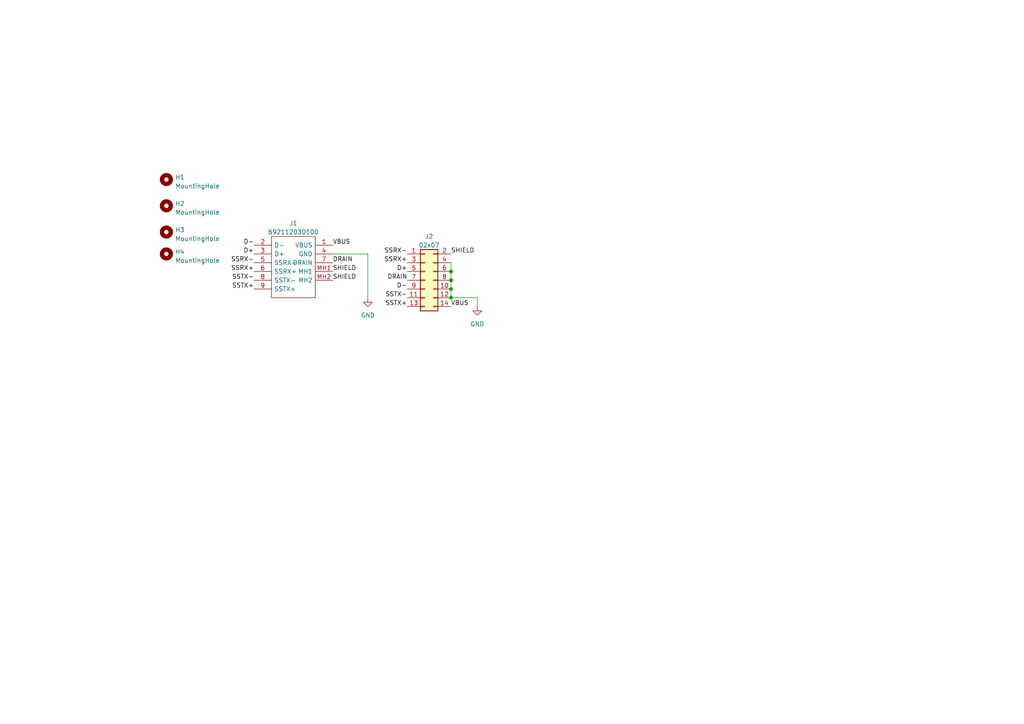
<source format=kicad_sch>
(kicad_sch (version 20230121) (generator eeschema)
  (paper "A4")
  (lib_symbols
    (symbol "Connector_Generic:Conn_02x07_Odd_Even" (pin_names (offset 1.016) hide)
      (property "Reference" "J" (at 1.27 10.16 0))
      (property "Value" "Conn_02x07_Odd_Even" (at 1.27 -10.16 0))
      (symbol "Conn_02x07_Odd_Even_1_1"
        (rectangle (start -1.27 -7.493) (end 0 -7.747) (stroke (width 0.1524)))
        (rectangle (start -1.27 -4.953) (end 0 -5.207) (stroke (width 0.1524)))
        (rectangle (start -1.27 -2.413) (end 0 -2.667) (stroke (width 0.1524)))
        (rectangle (start -1.27 0.127) (end 0 -0.127) (stroke (width 0.1524)))
        (rectangle (start -1.27 2.667) (end 0 2.413) (stroke (width 0.1524)))
        (rectangle (start -1.27 5.207) (end 0 4.953) (stroke (width 0.1524)))
        (rectangle (start -1.27 7.747) (end 0 7.493) (stroke (width 0.1524)))
        (rectangle (start -1.27 8.89) (end 3.81 -8.89) (stroke (width 0.254)) (fill (type background)))
        (rectangle (start 3.81 -7.493) (end 2.54 -7.747) (stroke (width 0.1524)))
        (rectangle (start 3.81 -4.953) (end 2.54 -5.207) (stroke (width 0.1524)))
        (rectangle (start 3.81 -2.413) (end 2.54 -2.667) (stroke (width 0.1524)))
        (rectangle (start 3.81 0.127) (end 2.54 -0.127) (stroke (width 0.1524)))
        (rectangle (start 3.81 2.667) (end 2.54 2.413) (stroke (width 0.1524)))
        (rectangle (start 3.81 5.207) (end 2.54 4.953) (stroke (width 0.1524)))
        (rectangle (start 3.81 7.747) (end 2.54 7.493) (stroke (width 0.1524)))
        (pin passive line (at -5.08 7.62 0) (length 3.81) (name "Pin_1") (number "1"))
        (pin passive line (at 7.62 -2.54 180) (length 3.81) (name "Pin_10") (number "10"))
        (pin passive line (at -5.08 -5.08 0) (length 3.81) (name "Pin_11") (number "11"))
        (pin passive line (at 7.62 -5.08 180) (length 3.81) (name "Pin_12") (number "12"))
        (pin passive line (at -5.08 -7.62 0) (length 3.81) (name "Pin_13") (number "13"))
        (pin passive line (at 7.62 -7.62 180) (length 3.81) (name "Pin_14") (number "14"))
        (pin passive line (at 7.62 7.62 180) (length 3.81) (name "Pin_2") (number "2"))
        (pin passive line (at -5.08 5.08 0) (length 3.81) (name "Pin_3") (number "3"))
        (pin passive line (at 7.62 5.08 180) (length 3.81) (name "Pin_4") (number "4"))
        (pin passive line (at -5.08 2.54 0) (length 3.81) (name "Pin_5") (number "5"))
        (pin passive line (at 7.62 2.54 180) (length 3.81) (name "Pin_6") (number "6"))
        (pin passive line (at -5.08 0 0) (length 3.81) (name "Pin_7") (number "7"))
        (pin passive line (at 7.62 0 180) (length 3.81) (name "Pin_8") (number "8"))
        (pin passive line (at -5.08 -2.54 0) (length 3.81) (name "Pin_9") (number "9"))
      )
    )
    (symbol "Mechanical:MountingHole" (pin_names (offset 1.016))
      (property "Reference" "H" (at 0 5.08 0))
      (property "Value" "MountingHole" (at 0 3.175 0))
      (symbol "MountingHole_0_1"
        (circle (center 0 0) (radius 1.27) (stroke (width 1.27)))
      )
    )
    (symbol "mouser:692122030100" (pin_names (offset 0.762))
      (property "Reference" "J1" (at 11.43 6.35 0))
      (property "Value" "692112030100" (at 11.43 3.81 0))
      (symbol "692122030100_0_0"
        (pin passive line (at 22.86 0 180) (length 5.08) (name "VBUS") (number "1"))
        (pin passive line (at 0 0 0) (length 5.08) (name "D-") (number "2"))
        (pin passive line (at 0 -2.54 0) (length 5.08) (name "D+") (number "3"))
        (pin passive line (at 22.86 -2.54 180) (length 5.08) (name "GND") (number "4"))
        (pin passive line (at 0 -5.08 0) (length 5.08) (name "SSRX-") (number "5"))
        (pin passive line (at 0 -7.62 0) (length 5.08) (name "SSRX+") (number "6"))
        (pin passive line (at 22.86 -5.08 180) (length 5.08) (name "DRAIN") (number "7"))
        (pin passive line (at 0 -10.16 0) (length 5.08) (name "SSTX-") (number "8"))
        (pin passive line (at 0 -12.7 0) (length 5.08) (name "SSTX+") (number "9"))
        (pin passive line (at 22.86 -7.62 180) (length 5.08) (name "MH1") (number "MH1"))
        (pin passive line (at 22.86 -10.16 180) (length 5.08) (name "MH2") (number "MH2"))
      )
      (symbol "692122030100_0_1"
        (polyline (pts (xy 5.08 2.54) (xy 17.78 2.54) (xy 17.78 -15.24) (xy 5.08 -15.24) (xy 5.08 2.54)) (stroke (width 0.1524)))
      )
    )
    (symbol "power:GND" (power) (pin_names (offset 0))
      (property "Value" "GND" (at 0 -3.81 0))
      (symbol "GND_0_1"
        (polyline (pts (xy 0 0) (xy 0 -1.27) (xy 1.27 -1.27) (xy 0 -2.54) (xy -1.27 -1.27) (xy 0 -1.27)))
      )
      (symbol "GND_1_1"
        (pin power_in line (at 0 0 270) (length 0) hide (name "GND") (number "1"))
      )
    )
  )
  (junction (at 130.81 81.28))
  (junction (at 130.81 86.36))
  (junction (at 130.81 83.82))
  (junction (at 130.81 78.74))
  (wire (pts (xy 130.81 78.74) (xy 130.81 81.28)))
  (wire (pts (xy 130.81 86.36) (xy 138.43 86.36)))
  (wire (pts (xy 96.52 73.66) (xy 106.68 73.66)))
  (wire (pts (xy 106.68 73.66) (xy 106.68 86.36)))
  (wire (pts (xy 130.81 81.28) (xy 130.81 83.82)))
  (wire (pts (xy 130.81 76.2) (xy 130.81 78.74)))
  (wire (pts (xy 130.81 83.82) (xy 130.81 86.36)))
  (wire (pts (xy 138.43 86.36) (xy 138.43 88.9)))
  (label "DRAIN" (at 96.52 76.2 0))
  (label "VBUS" (at 96.52 71.12 0))
  (label "SSTX+" (at 73.66 83.82 180))
  (label "SSRX-" (at 118.11 73.66 180))
  (label "SSTX+" (at 118.11 88.9 180))
  (label "D+" (at 118.11 78.74 180))
  (label "SSRX-" (at 73.66 76.2 180))
  (label "SSRX+" (at 73.66 78.74 180))
  (label "SSTX-" (at 73.66 81.28 180))
  (label "SHIELD" (at 96.52 81.28 0))
  (label "SHIELD" (at 96.52 78.74 0))
  (label "D-" (at 73.66 71.12 180))
  (label "DRAIN" (at 118.11 81.28 180))
  (label "SSTX-" (at 118.11 86.36 180))
  (label "D+" (at 73.66 73.66 180))
  (label "D-" (at 118.11 83.82 180))
  (label "SHIELD" (at 130.81 73.66 0))
  (label "SSRX+" (at 118.11 76.2 180))
  (label "VBUS" (at 130.81 88.9 0))
  (symbol (lib_id "mouser:692122030100") (at 73.66 71.12 0) (unit 1)
    (property "Reference" "J1" (at 85.09 64.77 0))
    (property "Value" "692112030100" (at 85.09 67.31 0))
    (property "Footprint" "692122030100" (effects hide))
    (property "Datasheet" "https://componentsearchengine.com//692122030100.pdf" (effects hide))
    (property "Description" "Wurth Elektronik WR-COM Series, Right Angle Through Hole, Version 3.0 Type A USB Connector, Receptacle" (effects hide))
    (property "Height" "7.55" (effects hide))
    (property "Mouser2 Part Number" "710-692122030100" (effects hide))
    (property "Mouser2 Price/Stock" "https://www.mouser.com/Search/Refine.aspx?Keyword=710-692122030100" (effects hide))
    (property "Manufacturer_Name" "Wurth Elektronik" (effects hide))
    (property "Manufacturer_Part_Number" "692122030100" (effects hide))
  )
  (symbol (lib_id "Mechanical:MountingHole") (at 48.26 67.31 0) (unit 1)
    (property "Reference" "H3" (at 50.8 66.675 0) (effects (justify left)))
    (property "Value" "MountingHole" (at 50.8 69.215 0) (effects (justify left)))
    (property "Footprint" "MountingHole:MountingHole_2.7mm_M2.5" (effects hide))
  )
  (symbol (lib_id "Connector_Generic:Conn_02x07_Odd_Even") (at 123.19 81.28 0) (unit 1)
    (property "Reference" "J2" (at 124.46 68.58 0))
    (property "Value" "02x07" (at 124.46 71.12 0))
    (property "Footprint" "Connector_PinHeader_2.54mm:PinHeader_2x07_P2.54mm_Vertical" (effects hide))
  )
  (symbol (lib_id "power:GND") (at 106.68 86.36 0) (unit 1)
    (property "Reference" "#PWR02" (effects hide))
    (property "Value" "GND" (at 106.68 91.44 0))
  )
  (symbol (lib_id "Mechanical:MountingHole") (at 48.26 59.69 0) (unit 1)
    (property "Reference" "H2" (at 50.8 59.055 0) (effects (justify left)))
    (property "Value" "MountingHole" (at 50.8 61.595 0) (effects (justify left)))
    (property "Footprint" "MountingHole:MountingHole_2.7mm_M2.5" (effects hide))
  )
  (symbol (lib_id "Mechanical:MountingHole") (at 48.26 73.66 0) (unit 1)
    (property "Reference" "H4" (at 50.8 73.025 0) (effects (justify left)))
    (property "Value" "MountingHole" (at 50.8 75.565 0) (effects (justify left)))
    (property "Footprint" "MountingHole:MountingHole_2.7mm_M2.5" (effects hide))
  )
  (symbol (lib_id "power:GND") (at 138.43 88.9 0) (unit 1)
    (property "Reference" "#PWR01" (effects hide))
    (property "Value" "GND" (at 138.43 93.98 0))
  )
  (symbol (lib_id "Mechanical:MountingHole") (at 48.26 52.07 0) (unit 1)
    (property "Reference" "H1" (at 50.8 51.435 0) (effects (justify left)))
    (property "Value" "MountingHole" (at 50.8 53.975 0) (effects (justify left)))
    (property "Footprint" "MountingHole:MountingHole_2.7mm_M2.5" (effects hide))
  )
)
</source>
